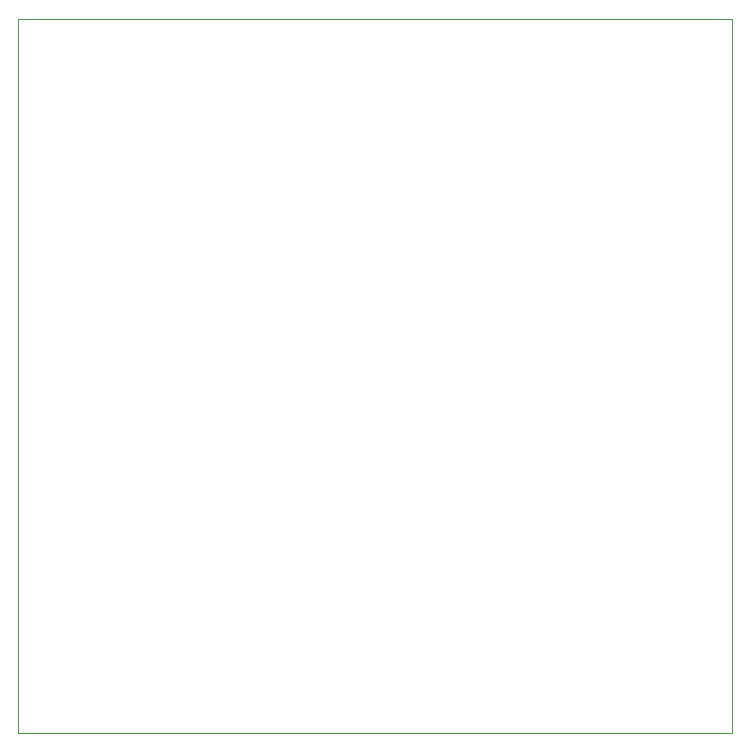
<source format=gbr>
G04 #@! TF.FileFunction,Profile,NP*
%FSLAX46Y46*%
G04 Gerber Fmt 4.6, Leading zero omitted, Abs format (unit mm)*
G04 Created by KiCad (PCBNEW 4.0.1-3.201512221401+6198~38~ubuntu15.10.1-stable) date Út 19. leden 2016, 20:27:27 CET*
%MOMM*%
G01*
G04 APERTURE LIST*
%ADD10C,0.300000*%
%ADD11C,0.100000*%
G04 APERTURE END LIST*
D10*
D11*
X254000Y254000D02*
X254000Y60706000D01*
X254000Y60706000D02*
X60706000Y60706000D01*
X60706000Y254000D02*
X60706000Y60706000D01*
X254000Y254000D02*
X60706000Y254000D01*
M02*

</source>
